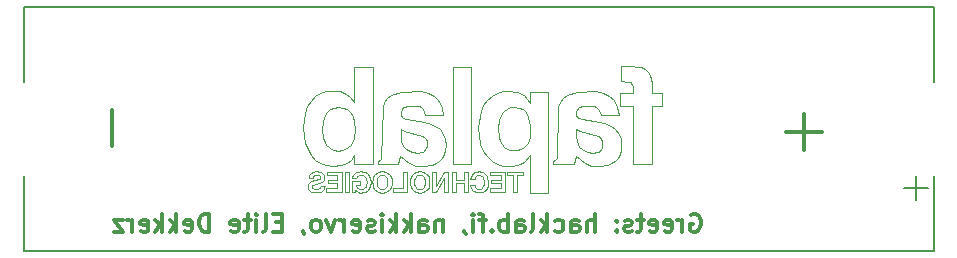
<source format=gbo>
G04 #@! TF.FileFunction,Legend,Bot*
%FSLAX46Y46*%
G04 Gerber Fmt 4.6, Leading zero omitted, Abs format (unit mm)*
G04 Created by KiCad (PCBNEW 4.0.2+dfsg1-stable) date su 18. kesäkuuta 2017 19.48.31*
%MOMM*%
G01*
G04 APERTURE LIST*
%ADD10C,0.100000*%
%ADD11C,0.300000*%
%ADD12C,0.150000*%
G04 APERTURE END LIST*
D10*
X141364793Y-104343805D02*
X141364793Y-104615644D01*
X141427149Y-104121402D02*
X141364793Y-104343805D01*
X141481711Y-104034650D02*
X141427149Y-104121402D01*
X141549536Y-103965878D02*
X141481711Y-104034650D01*
X141628321Y-103916764D02*
X141549536Y-103965878D01*
X141718066Y-103887286D02*
X141628321Y-103916764D01*
X141818749Y-103877468D02*
X141718066Y-103887286D01*
X141919539Y-103887265D02*
X141818749Y-103877468D01*
X142009586Y-103916613D02*
X141919539Y-103887265D01*
X142088930Y-103965555D02*
X142009586Y-103916613D01*
X142157509Y-104034069D02*
X142088930Y-103965555D01*
X142212846Y-104120627D02*
X142157509Y-104034069D01*
X142276064Y-104343331D02*
X142212846Y-104120627D01*
X142276064Y-104615644D02*
X142276064Y-104343331D01*
X142212846Y-104838348D02*
X142276064Y-104615644D01*
X142157509Y-104924906D02*
X142212846Y-104838348D01*
X142088930Y-104993421D02*
X142157509Y-104924906D01*
X142009586Y-105042362D02*
X142088930Y-104993421D01*
X141919539Y-105071710D02*
X142009586Y-105042362D01*
X141818749Y-105081507D02*
X141919539Y-105071710D01*
X141718066Y-105071710D02*
X141818749Y-105081507D01*
X141628321Y-105042362D02*
X141718066Y-105071710D01*
X141549536Y-104993421D02*
X141628321Y-105042362D01*
X141481711Y-104924906D02*
X141549536Y-104993421D01*
X141427149Y-104838348D02*
X141481711Y-104924906D01*
X141364793Y-104615644D02*
X141427149Y-104838348D01*
X141015826Y-104259249D02*
X141064338Y-104068283D01*
X140999656Y-104479498D02*
X141015826Y-104259249D01*
X141015826Y-104696260D02*
X140999656Y-104479498D01*
X141064338Y-104886063D02*
X141015826Y-104696260D01*
X141145190Y-105048887D02*
X141064338Y-104886063D01*
X141258383Y-105184753D02*
X141145190Y-105048887D01*
X141366063Y-105272043D02*
X141258383Y-105184753D01*
X141495340Y-105334377D02*
X141366063Y-105272043D01*
X141818749Y-105384267D02*
X141495340Y-105334377D01*
X142142136Y-105334377D02*
X141818749Y-105384267D01*
X142271434Y-105272043D02*
X142142136Y-105334377D01*
X142379115Y-105184753D02*
X142271434Y-105272043D01*
X142492803Y-105048887D02*
X142379115Y-105184753D01*
X142574021Y-104886063D02*
X142492803Y-105048887D01*
X142622748Y-104696260D02*
X142574021Y-104886063D01*
X142622748Y-104259249D02*
X142622748Y-104696260D01*
X142574021Y-104068283D02*
X142622748Y-104259249D01*
X142492803Y-103906622D02*
X142574021Y-104068283D01*
X142379115Y-103774244D02*
X142492803Y-103906622D01*
X142271434Y-103686954D02*
X142379115Y-103774244D01*
X142142136Y-103624598D02*
X142271434Y-103686954D01*
X141818749Y-103574730D02*
X142142136Y-103624598D01*
X141495340Y-103624598D02*
X141818749Y-103574730D01*
X141366063Y-103686954D02*
X141495340Y-103624598D01*
X141258383Y-103774244D02*
X141366063Y-103686954D01*
X141145190Y-103906622D02*
X141258383Y-103774244D01*
X141064338Y-104068283D02*
X141145190Y-103906622D01*
X144545542Y-104343805D02*
X144545542Y-104615644D01*
X144607898Y-104121402D02*
X144545542Y-104343805D01*
X144662460Y-104034650D02*
X144607898Y-104121402D01*
X144730285Y-103965878D02*
X144662460Y-104034650D01*
X144809070Y-103916764D02*
X144730285Y-103965878D01*
X144898815Y-103887286D02*
X144809070Y-103916764D01*
X144999476Y-103877468D02*
X144898815Y-103887286D01*
X145100288Y-103887265D02*
X144999476Y-103877468D01*
X145190335Y-103916613D02*
X145100288Y-103887265D01*
X145269679Y-103965555D02*
X145190335Y-103916613D01*
X145338258Y-104034069D02*
X145269679Y-103965555D01*
X145393595Y-104120627D02*
X145338258Y-104034069D01*
X145456813Y-104343331D02*
X145393595Y-104120627D01*
X145456813Y-104615644D02*
X145456813Y-104343331D01*
X145393595Y-104838348D02*
X145456813Y-104615644D01*
X145338258Y-104924906D02*
X145393595Y-104838348D01*
X145269679Y-104993421D02*
X145338258Y-104924906D01*
X145190335Y-105042362D02*
X145269679Y-104993421D01*
X145100288Y-105071710D02*
X145190335Y-105042362D01*
X144999476Y-105081507D02*
X145100288Y-105071710D01*
X144898815Y-105071710D02*
X144999476Y-105081507D01*
X144809070Y-105042362D02*
X144898815Y-105071710D01*
X144730285Y-104993421D02*
X144809070Y-105042362D01*
X144662460Y-104924906D02*
X144730285Y-104993421D01*
X144607898Y-104838348D02*
X144662460Y-104924906D01*
X144545542Y-104615644D02*
X144607898Y-104838348D01*
X144196575Y-104259249D02*
X144245087Y-104068283D01*
X144180405Y-104479498D02*
X144196575Y-104259249D01*
X144196575Y-104696260D02*
X144180405Y-104479498D01*
X144245087Y-104886063D02*
X144196575Y-104696260D01*
X144325939Y-105048887D02*
X144245087Y-104886063D01*
X144439132Y-105184753D02*
X144325939Y-105048887D01*
X144546812Y-105272043D02*
X144439132Y-105184753D01*
X144676089Y-105334377D02*
X144546812Y-105272043D01*
X144999476Y-105384267D02*
X144676089Y-105334377D01*
X145322885Y-105334377D02*
X144999476Y-105384267D01*
X145452183Y-105272043D02*
X145322885Y-105334377D01*
X145559864Y-105184753D02*
X145452183Y-105272043D01*
X145673552Y-105048887D02*
X145559864Y-105184753D01*
X145754770Y-104886063D02*
X145673552Y-105048887D01*
X145803497Y-104696260D02*
X145754770Y-104886063D01*
X145803497Y-104259249D02*
X145803497Y-104696260D01*
X145754770Y-104068283D02*
X145803497Y-104259249D01*
X145673552Y-103906622D02*
X145754770Y-104068283D01*
X145559864Y-103774244D02*
X145673552Y-103906622D01*
X145452183Y-103686954D02*
X145559864Y-103774244D01*
X145322885Y-103624598D02*
X145452183Y-103686954D01*
X144999476Y-103574730D02*
X145322885Y-103624598D01*
X144676089Y-103624598D02*
X144999476Y-103574730D01*
X144546812Y-103686954D02*
X144676089Y-103624598D01*
X144439132Y-103774244D02*
X144546812Y-103686954D01*
X144325939Y-103906622D02*
X144439132Y-103774244D01*
X144245087Y-104068283D02*
X144325939Y-103906622D01*
X136767076Y-100017712D02*
X136853268Y-100751561D01*
X136809472Y-99423950D02*
X136767076Y-100017712D01*
X136936553Y-98942175D02*
X136809472Y-99423950D01*
X137131460Y-98589268D02*
X136936553Y-98942175D01*
X137394127Y-98337195D02*
X137131460Y-98589268D01*
X137724597Y-98185933D02*
X137394127Y-98337195D01*
X138122872Y-98135527D02*
X137724597Y-98185933D01*
X138526443Y-98184900D02*
X138122872Y-98135527D01*
X138861522Y-98332996D02*
X138526443Y-98184900D01*
X139128086Y-98579815D02*
X138861522Y-98332996D01*
X139326158Y-98925380D02*
X139128086Y-98579815D01*
X139453282Y-99407134D02*
X139326158Y-98925380D01*
X139495656Y-100012114D02*
X139453282Y-99407134D01*
X139408108Y-100729167D02*
X139495656Y-100012114D01*
X139145376Y-101311712D02*
X139408108Y-100729167D01*
X138947326Y-101537215D02*
X139145376Y-101311712D01*
X138703371Y-101698251D02*
X138947326Y-101537215D01*
X138413487Y-101794865D02*
X138703371Y-101698251D01*
X138077698Y-101827076D02*
X138413487Y-101794865D01*
X137784305Y-101795920D02*
X138077698Y-101827076D01*
X137525514Y-101702450D02*
X137784305Y-101795920D01*
X137301324Y-101546667D02*
X137525514Y-101702450D01*
X137111736Y-101328528D02*
X137301324Y-101546667D01*
X136960970Y-101059660D02*
X137111736Y-101328528D01*
X136853268Y-100751561D02*
X136960970Y-101059660D01*
X135091834Y-99849656D02*
X135263141Y-98603307D01*
X135260816Y-101150696D02*
X135091834Y-99849656D01*
X135767675Y-102207996D02*
X135260816Y-101150696D01*
X136139014Y-102617295D02*
X135767675Y-102207996D01*
X136577208Y-102909633D02*
X136139014Y-102617295D01*
X137082302Y-103085031D02*
X136577208Y-102909633D01*
X137654253Y-103143490D02*
X137082302Y-103085031D01*
X138339913Y-103067871D02*
X137654253Y-103143490D01*
X138876271Y-102840989D02*
X138339913Y-103067871D01*
X139163528Y-102594557D02*
X138876271Y-102840989D01*
X139473242Y-102213595D02*
X139163528Y-102594557D01*
X139473242Y-102981033D02*
X139473242Y-102213595D01*
X141047629Y-102981033D02*
X139473242Y-102981033D01*
X141047629Y-94735261D02*
X141047629Y-102981033D01*
X139450827Y-94735261D02*
X141047629Y-94735261D01*
X139450827Y-97670590D02*
X139450827Y-94735261D01*
X139130864Y-97295290D02*
X139450827Y-97670590D01*
X138779809Y-97020781D02*
X139130864Y-97295290D01*
X138286406Y-96810716D02*
X138779809Y-97020781D01*
X137674557Y-96740694D02*
X138286406Y-96810716D01*
X137101358Y-96794955D02*
X137674557Y-96740694D01*
X136594025Y-96957778D02*
X137101358Y-96794955D01*
X136152600Y-97229101D02*
X136594025Y-96957778D01*
X135777042Y-97608966D02*
X136152600Y-97229101D01*
X135477275Y-98074635D02*
X135777042Y-97608966D01*
X135263141Y-98603307D02*
X135477275Y-98074635D01*
X143404246Y-100012114D02*
X143404246Y-100605898D01*
X143713810Y-100166153D02*
X143404246Y-100012114D01*
X145240052Y-100561090D02*
X143713810Y-100166153D01*
X145405093Y-100685372D02*
X145240052Y-100561090D01*
X145522980Y-100839798D02*
X145405093Y-100685372D01*
X145593712Y-101024304D02*
X145522980Y-100839798D01*
X145617290Y-101238891D02*
X145593712Y-101024304D01*
X145602885Y-101429189D02*
X145617290Y-101238891D01*
X145559692Y-101591130D02*
X145602885Y-101429189D01*
X145487689Y-101724692D02*
X145559692Y-101591130D01*
X145386856Y-101829875D02*
X145487689Y-101724692D01*
X145265459Y-101909543D02*
X145386856Y-101829875D01*
X145131596Y-101966430D02*
X145265459Y-101909543D01*
X144826489Y-102011927D02*
X145131596Y-101966430D01*
X144323721Y-101936307D02*
X144826489Y-102011927D01*
X143862207Y-101709448D02*
X144323721Y-101936307D01*
X143668227Y-101527052D02*
X143862207Y-101709448D01*
X143527258Y-101282321D02*
X143668227Y-101527052D01*
X143439279Y-100975276D02*
X143527258Y-101282321D01*
X143404246Y-100605898D02*
X143439279Y-100975276D01*
X143353733Y-102264022D02*
X143208070Y-102981033D01*
X144120180Y-102874601D02*
X143353733Y-102264022D01*
X144672472Y-103097261D02*
X144120180Y-102874601D01*
X145292396Y-103171503D02*
X144672472Y-103097261D01*
X146053912Y-103053143D02*
X145292396Y-103171503D01*
X146380228Y-102905219D02*
X146053912Y-103053143D01*
X146670261Y-102698147D02*
X146380228Y-102905219D01*
X146908210Y-102436815D02*
X146670261Y-102698147D01*
X147078139Y-102126111D02*
X146908210Y-102436815D01*
X147180093Y-101766012D02*
X147078139Y-102126111D01*
X147214070Y-101356519D02*
X147180093Y-101766012D01*
X147159400Y-100832413D02*
X147214070Y-101356519D01*
X146995371Y-100386036D02*
X147159400Y-100832413D01*
X146721981Y-100017368D02*
X146995371Y-100386036D01*
X146339252Y-99726429D02*
X146721981Y-100017368D01*
X145746567Y-99491172D02*
X146339252Y-99726429D01*
X144928141Y-99334291D02*
X145746567Y-99491172D01*
X143854736Y-99167312D02*
X144928141Y-99334291D01*
X143592241Y-99044085D02*
X143854736Y-99167312D01*
X143484646Y-98940797D02*
X143592241Y-99044085D01*
X143420094Y-98817204D02*
X143484646Y-98940797D01*
X143398562Y-98673285D02*
X143420094Y-98817204D01*
X143415077Y-98500191D02*
X143398562Y-98673285D01*
X143464600Y-98356121D02*
X143415077Y-98500191D01*
X143547153Y-98241098D02*
X143464600Y-98356121D01*
X143662693Y-98155121D02*
X143547153Y-98241098D01*
X143988535Y-98048000D02*
X143662693Y-98155121D01*
X144437883Y-98012279D02*
X143988535Y-98048000D01*
X144927732Y-98082322D02*
X144437883Y-98012279D01*
X145109849Y-98169849D02*
X144927732Y-98082322D01*
X145250042Y-98292365D02*
X145109849Y-98169849D01*
X145392045Y-98536063D02*
X145250042Y-98292365D01*
X145477203Y-98852559D02*
X145392045Y-98536063D01*
X147017979Y-98852559D02*
X145477203Y-98852559D01*
X146880154Y-98122953D02*
X147017979Y-98852559D01*
X146567834Y-97536145D02*
X146880154Y-98122953D01*
X146192944Y-97183238D02*
X146567834Y-97536145D01*
X145704084Y-96931143D02*
X146192944Y-97183238D01*
X145101279Y-96779904D02*
X145704084Y-96931143D01*
X143433551Y-96828932D02*
X145101279Y-96779904D01*
X142595080Y-97127212D02*
X143433551Y-96828932D01*
X142252917Y-97370221D02*
X142595080Y-97127212D01*
X142008509Y-97701424D02*
X142252917Y-97370221D01*
X141861856Y-98120843D02*
X142008509Y-97701424D01*
X141741902Y-102492303D02*
X141861856Y-98120843D01*
X141706525Y-102560903D02*
X141741902Y-102492303D01*
X141608490Y-102663179D02*
X141706525Y-102560903D01*
X141471203Y-102745754D02*
X141608490Y-102663179D01*
X141471203Y-102981033D02*
X141471203Y-102745754D01*
X143208070Y-102981033D02*
X141471203Y-102981033D01*
X153621172Y-101674071D02*
X153798767Y-101563785D01*
X153219216Y-101800118D02*
X153621172Y-101674071D01*
X152678013Y-101783668D02*
X153219216Y-101800118D01*
X152401113Y-101687055D02*
X152678013Y-101783668D01*
X152164198Y-101526018D02*
X152401113Y-101687055D01*
X151967268Y-101300515D02*
X152164198Y-101526018D01*
X151812476Y-101021484D02*
X151967268Y-101300515D01*
X151701888Y-100699733D02*
X151812476Y-101021484D01*
X151613414Y-99928075D02*
X151701888Y-100699733D01*
X151694804Y-99262892D02*
X151613414Y-99928075D01*
X151938889Y-98678905D02*
X151694804Y-99262892D01*
X152126948Y-98441193D02*
X151938889Y-98678905D01*
X152365543Y-98271393D02*
X152126948Y-98441193D01*
X152654737Y-98169483D02*
X152365543Y-98271393D01*
X152994488Y-98135527D02*
X152654737Y-98169483D01*
X153398899Y-98186988D02*
X152994488Y-98135527D01*
X153734624Y-98341393D02*
X153398899Y-98186988D01*
X154001705Y-98598720D02*
X153734624Y-98341393D01*
X154200164Y-98958991D02*
X154001705Y-98598720D01*
X154359392Y-99746734D02*
X154200164Y-98958991D01*
X154334285Y-100560745D02*
X154359392Y-99746734D01*
X154227186Y-100974243D02*
X154334285Y-100560745D01*
X154048666Y-101308589D02*
X154227186Y-100974243D01*
X153798767Y-101563785D02*
X154048666Y-101308589D01*
X153537198Y-102949854D02*
X152928148Y-103131928D01*
X153795171Y-102790583D02*
X153537198Y-102949854D01*
X154313959Y-102202398D02*
X153795171Y-102790583D01*
X154313959Y-105384180D02*
X154313959Y-102202398D01*
X155893945Y-105384180D02*
X154313959Y-105384180D01*
X155893945Y-96875139D02*
X155893945Y-105384180D01*
X154364387Y-96875139D02*
X155893945Y-96875139D01*
X154364387Y-97777022D02*
X154364387Y-96875139D01*
X153811815Y-97149627D02*
X154364387Y-97777022D01*
X153225417Y-96842949D02*
X153811815Y-97149627D01*
X152537431Y-96740694D02*
X153225417Y-96842949D01*
X152019590Y-96790045D02*
X152537431Y-96740694D01*
X151542961Y-96938141D02*
X152019590Y-96790045D01*
X151107566Y-97184982D02*
X151542961Y-96938141D01*
X150713361Y-97530547D02*
X151107566Y-97184982D01*
X150386464Y-97971670D02*
X150713361Y-97530547D01*
X150152973Y-98505251D02*
X150386464Y-97971670D01*
X149966184Y-99849656D02*
X150152973Y-98505251D01*
X150148774Y-101271124D02*
X149966184Y-99849656D01*
X150376990Y-101837950D02*
X150148774Y-101271124D01*
X150696480Y-102308830D02*
X150376990Y-101837950D01*
X151087864Y-102678898D02*
X150696480Y-102308830D01*
X151531765Y-102943244D02*
X151087864Y-102678898D01*
X152028182Y-103101826D02*
X151531765Y-102943244D01*
X152928148Y-103131928D02*
X152028182Y-103101826D01*
X158261780Y-100012114D02*
X158261780Y-100605898D01*
X158571344Y-100166153D02*
X158261780Y-100012114D01*
X160097586Y-100561090D02*
X158571344Y-100166153D01*
X160262627Y-100685372D02*
X160097586Y-100561090D01*
X160380514Y-100839798D02*
X160262627Y-100685372D01*
X160451246Y-101024304D02*
X160380514Y-100839798D01*
X160474802Y-101238891D02*
X160451246Y-101024304D01*
X160460419Y-101429189D02*
X160474802Y-101238891D01*
X160417226Y-101591130D02*
X160460419Y-101429189D01*
X160345224Y-101724692D02*
X160417226Y-101591130D01*
X160244390Y-101829875D02*
X160345224Y-101724692D01*
X160122993Y-101909543D02*
X160244390Y-101829875D01*
X159989130Y-101966430D02*
X160122993Y-101909543D01*
X159684024Y-102011927D02*
X159989130Y-101966430D01*
X159181255Y-101936307D02*
X159684024Y-102011927D01*
X158719741Y-101709448D02*
X159181255Y-101936307D01*
X158525761Y-101527052D02*
X158719741Y-101709448D01*
X158384792Y-101282321D02*
X158525761Y-101527052D01*
X158296813Y-100975276D02*
X158384792Y-101282321D01*
X158261780Y-100605898D02*
X158296813Y-100975276D01*
X156466024Y-102663179D02*
X156564059Y-102560903D01*
X156328737Y-102745754D02*
X156466024Y-102663179D01*
X156328737Y-102981033D02*
X156328737Y-102745754D01*
X158065604Y-102981033D02*
X156328737Y-102981033D01*
X158211267Y-102264022D02*
X158065604Y-102981033D01*
X158977714Y-102874601D02*
X158211267Y-102264022D01*
X159530006Y-103097261D02*
X158977714Y-102874601D01*
X160149930Y-103171503D02*
X159530006Y-103097261D01*
X160911446Y-103053143D02*
X160149930Y-103171503D01*
X161237762Y-102905219D02*
X160911446Y-103053143D01*
X161527796Y-102698147D02*
X161237762Y-102905219D01*
X161765744Y-102436815D02*
X161527796Y-102698147D01*
X161935673Y-102126111D02*
X161765744Y-102436815D01*
X162037627Y-101766012D02*
X161935673Y-102126111D01*
X162071604Y-101356519D02*
X162037627Y-101766012D01*
X162016935Y-100832413D02*
X162071604Y-101356519D01*
X161852905Y-100386036D02*
X162016935Y-100832413D01*
X161579515Y-100017368D02*
X161852905Y-100386036D01*
X161196787Y-99726429D02*
X161579515Y-100017368D01*
X160604101Y-99491172D02*
X161196787Y-99726429D01*
X159785675Y-99334291D02*
X160604101Y-99491172D01*
X158712248Y-99167312D02*
X159785675Y-99334291D01*
X158449775Y-99044085D02*
X158712248Y-99167312D01*
X158342180Y-98940797D02*
X158449775Y-99044085D01*
X158277628Y-98817204D02*
X158342180Y-98940797D01*
X158256096Y-98673285D02*
X158277628Y-98817204D01*
X158272611Y-98500191D02*
X158256096Y-98673285D01*
X158322134Y-98356121D02*
X158272611Y-98500191D01*
X158404687Y-98241098D02*
X158322134Y-98356121D01*
X158520227Y-98155121D02*
X158404687Y-98241098D01*
X158846069Y-98048000D02*
X158520227Y-98155121D01*
X159295417Y-98012279D02*
X158846069Y-98048000D01*
X159785266Y-98082322D02*
X159295417Y-98012279D01*
X159967361Y-98169849D02*
X159785266Y-98082322D01*
X160107555Y-98292365D02*
X159967361Y-98169849D01*
X160249579Y-98536063D02*
X160107555Y-98292365D01*
X160334737Y-98852559D02*
X160249579Y-98536063D01*
X161875513Y-98852559D02*
X160334737Y-98852559D01*
X161737688Y-98122953D02*
X161875513Y-98852559D01*
X161425369Y-97536145D02*
X161737688Y-98122953D01*
X161050478Y-97183238D02*
X161425369Y-97536145D01*
X160561619Y-96931143D02*
X161050478Y-97183238D01*
X159958813Y-96779904D02*
X160561619Y-96931143D01*
X158291085Y-96828932D02*
X159958813Y-96779904D01*
X157452614Y-97127212D02*
X158291085Y-96828932D01*
X157110451Y-97370221D02*
X157452614Y-97127212D01*
X156866022Y-97701424D02*
X157110451Y-97370221D01*
X156719390Y-98120843D02*
X156866022Y-97701424D01*
X156599436Y-102492303D02*
X156719390Y-98120843D01*
X156564059Y-102560903D02*
X156599436Y-102492303D01*
X135546845Y-104729246D02*
X135575525Y-104635217D01*
X135537306Y-104836755D02*
X135546845Y-104729246D01*
X135548632Y-104948957D02*
X135537306Y-104836755D01*
X135582588Y-105051212D02*
X135548632Y-104948957D01*
X135639216Y-105143541D02*
X135582588Y-105051212D01*
X135718475Y-105225921D02*
X135639216Y-105143541D01*
X135818426Y-105293682D02*
X135718475Y-105225921D01*
X135937045Y-105342064D02*
X135818426Y-105293682D01*
X136074354Y-105371111D02*
X135937045Y-105342064D01*
X136390183Y-105371240D02*
X136074354Y-105371111D01*
X136655800Y-105294974D02*
X136390183Y-105371240D01*
X136761564Y-105228247D02*
X136655800Y-105294974D01*
X136846206Y-105144832D02*
X136761564Y-105228247D01*
X136906667Y-105047164D02*
X136846206Y-105144832D01*
X136942948Y-104935177D02*
X136906667Y-105047164D01*
X136955028Y-104808914D02*
X136942948Y-104935177D01*
X136613942Y-104808914D02*
X136955028Y-104808914D01*
X136589352Y-104911298D02*
X136613942Y-104808914D01*
X136548786Y-104984076D02*
X136589352Y-104911298D01*
X136496442Y-105030262D02*
X136548786Y-104984076D01*
X136428273Y-105063248D02*
X136496442Y-105030262D01*
X136244347Y-105089625D02*
X136428273Y-105063248D01*
X136034692Y-105061784D02*
X136244347Y-105089625D01*
X135967836Y-105029379D02*
X136034692Y-105061784D01*
X135920078Y-104985540D02*
X135967836Y-105029379D01*
X135891419Y-104930203D02*
X135920078Y-104985540D01*
X135881859Y-104863433D02*
X135891419Y-104930203D01*
X135886553Y-104823491D02*
X135881859Y-104863433D01*
X135900592Y-104788330D02*
X135886553Y-104823491D01*
X135923975Y-104757948D02*
X135900592Y-104788330D01*
X135956725Y-104732368D02*
X135923975Y-104757948D01*
X136754329Y-104480640D02*
X135956725Y-104732368D01*
X136829949Y-104413159D02*
X136754329Y-104480640D01*
X136883973Y-104328991D02*
X136829949Y-104413159D01*
X136916378Y-104228136D02*
X136883973Y-104328991D01*
X136927187Y-104110615D02*
X136916378Y-104228136D01*
X136916615Y-104000652D02*
X136927187Y-104110615D01*
X136884920Y-103900378D02*
X136916615Y-104000652D01*
X136832059Y-103809836D02*
X136884920Y-103900378D01*
X136758076Y-103729006D02*
X136832059Y-103809836D01*
X136663594Y-103662516D02*
X136758076Y-103729006D01*
X136549303Y-103615038D02*
X136663594Y-103662516D01*
X136261272Y-103577034D02*
X136549303Y-103615038D01*
X136007734Y-103612863D02*
X136261272Y-103577034D01*
X135794418Y-103720285D02*
X136007734Y-103612863D01*
X135709303Y-103800018D02*
X135794418Y-103720285D01*
X135647183Y-103895899D02*
X135709303Y-103800018D01*
X135608017Y-104007929D02*
X135647183Y-103895899D01*
X135591825Y-104136152D02*
X135608017Y-104007929D01*
X135935236Y-104136152D02*
X135591825Y-104136152D01*
X135947423Y-104064601D02*
X135935236Y-104136152D01*
X135974489Y-104004204D02*
X135947423Y-104064601D01*
X136016411Y-103954983D02*
X135974489Y-104004204D01*
X136073212Y-103916914D02*
X136016411Y-103954983D01*
X136169244Y-103884724D02*
X136073212Y-103916914D01*
X136286098Y-103874001D02*
X136169244Y-103884724D01*
X136413372Y-103887911D02*
X136286098Y-103874001D01*
X136512096Y-103929661D02*
X136413372Y-103887911D01*
X136549045Y-103960258D02*
X136512096Y-103929661D01*
X136575443Y-103996367D02*
X136549045Y-103960258D01*
X136591269Y-104037988D02*
X136575443Y-103996367D01*
X136596544Y-104085100D02*
X136591269Y-104037988D01*
X136591333Y-104128034D02*
X136596544Y-104085100D01*
X136575723Y-104165133D02*
X136591333Y-104128034D01*
X136549712Y-104196462D02*
X136575723Y-104165133D01*
X136513280Y-104221978D02*
X136549712Y-104196462D01*
X135813388Y-104417724D02*
X136513280Y-104221978D01*
X135690204Y-104487616D02*
X135813388Y-104417724D01*
X135623304Y-104554666D02*
X135690204Y-104487616D01*
X135575525Y-104635217D02*
X135623304Y-104554666D01*
X138037261Y-105029314D02*
X138037261Y-104589677D01*
X137090549Y-105029314D02*
X138037261Y-105029314D01*
X137090549Y-105336703D02*
X137090549Y-105029314D01*
X138386465Y-105336703D02*
X137090549Y-105336703D01*
X138386465Y-103626923D02*
X138386465Y-105336703D01*
X137132299Y-103626923D02*
X138386465Y-103626923D01*
X137132299Y-103929661D02*
X137132299Y-103626923D01*
X138037261Y-103929661D02*
X137132299Y-103929661D01*
X138037261Y-104292731D02*
X138037261Y-103929661D01*
X137206563Y-104292731D02*
X138037261Y-104292731D01*
X137206563Y-104589677D02*
X137206563Y-104292731D01*
X138037261Y-104589677D02*
X137206563Y-104589677D01*
X139026650Y-103626923D02*
X139026650Y-105336703D01*
X138671633Y-103626923D02*
X139026650Y-103626923D01*
X138671633Y-105336703D02*
X138671633Y-103626923D01*
X139026650Y-105336703D02*
X138671633Y-105336703D01*
X139991686Y-104419166D02*
X139991686Y-104704528D01*
X139279347Y-104419166D02*
X139991686Y-104419166D01*
X139279347Y-105336703D02*
X139279347Y-104419166D01*
X139516025Y-105336703D02*
X139279347Y-105336703D01*
X139551984Y-105123258D02*
X139516025Y-105336703D01*
X139695127Y-105264873D02*
X139551984Y-105123258D01*
X139812454Y-105332073D02*
X139695127Y-105264873D01*
X139986475Y-105375374D02*
X139812454Y-105332073D01*
X140247958Y-105366072D02*
X139986475Y-105375374D01*
X140394869Y-105321953D02*
X140247958Y-105366072D01*
X140526386Y-105248401D02*
X140394869Y-105321953D01*
X140642550Y-105145457D02*
X140526386Y-105248401D01*
X140741532Y-105016352D02*
X140642550Y-105145457D01*
X140812221Y-104865500D02*
X140741532Y-105016352D01*
X140868785Y-104498619D02*
X140812221Y-104865500D01*
X140811640Y-104124783D02*
X140868785Y-104498619D01*
X140740219Y-103968720D02*
X140811640Y-104124783D01*
X140640225Y-103833220D02*
X140740219Y-103968720D01*
X140516740Y-103723688D02*
X140640225Y-103833220D01*
X140374845Y-103645441D02*
X140516740Y-103723688D01*
X140214519Y-103598480D02*
X140374845Y-103645441D01*
X140035783Y-103582848D02*
X140214519Y-103598480D01*
X139741830Y-103624167D02*
X140035783Y-103582848D01*
X139618883Y-103675822D02*
X139741830Y-103624167D01*
X139511956Y-103748126D02*
X139618883Y-103675822D01*
X139423611Y-103835890D02*
X139511956Y-103748126D01*
X139356345Y-103933881D02*
X139423611Y-103835890D01*
X139310203Y-104042079D02*
X139356345Y-103933881D01*
X139285139Y-104160504D02*
X139310203Y-104042079D01*
X139636668Y-104160504D02*
X139285139Y-104160504D01*
X139664315Y-104079523D02*
X139636668Y-104160504D01*
X139706582Y-104011741D02*
X139664315Y-104079523D01*
X139763513Y-103957136D02*
X139706582Y-104011741D01*
X139880387Y-103899000D02*
X139763513Y-103957136D01*
X139978422Y-103879858D02*
X139880387Y-103899000D01*
X140129791Y-103887200D02*
X139978422Y-103879858D01*
X140219234Y-103916398D02*
X140129791Y-103887200D01*
X140299462Y-103965060D02*
X140219234Y-103916398D01*
X140370495Y-104033186D02*
X140299462Y-103965060D01*
X140428610Y-104120864D02*
X140370495Y-104033186D01*
X140470123Y-104228114D02*
X140428610Y-104120864D01*
X140503325Y-104501482D02*
X140470123Y-104228114D01*
X140467367Y-104770372D02*
X140503325Y-104501482D01*
X140422409Y-104870301D02*
X140467367Y-104770372D01*
X140359471Y-104947213D02*
X140422409Y-104870301D01*
X140285078Y-105004445D02*
X140359471Y-104947213D01*
X140205755Y-105045334D02*
X140285078Y-105004445D01*
X140121501Y-105069859D02*
X140205755Y-105045334D01*
X140032295Y-105078019D02*
X140121501Y-105069859D01*
X139868717Y-105052246D02*
X140032295Y-105078019D01*
X139799105Y-105019991D02*
X139868717Y-105052246D01*
X139737610Y-104974860D02*
X139799105Y-105019991D01*
X139685696Y-104919286D02*
X139737610Y-104974860D01*
X139644807Y-104855703D02*
X139685696Y-104919286D01*
X139596059Y-104704528D02*
X139644807Y-104855703D01*
X139991686Y-104704528D02*
X139596059Y-104704528D01*
X143609832Y-105029314D02*
X143609832Y-103626923D01*
X142755922Y-105029314D02*
X143609832Y-105029314D01*
X142755922Y-105336703D02*
X142755922Y-105029314D01*
X143967153Y-105336703D02*
X142755922Y-105336703D01*
X143967153Y-103626923D02*
X143967153Y-105336703D01*
X143609832Y-103626923D02*
X143967153Y-103626923D01*
X146364789Y-103626923D02*
X146364789Y-104819099D01*
X146031821Y-103626923D02*
X146364789Y-103626923D01*
X146031821Y-105336703D02*
X146031821Y-103626923D01*
X146389077Y-105336703D02*
X146031821Y-105336703D01*
X147085266Y-104123555D02*
X146389077Y-105336703D01*
X147085266Y-105336703D02*
X147085266Y-104123555D01*
X147418235Y-105336703D02*
X147085266Y-105336703D01*
X147418235Y-103626923D02*
X147418235Y-105336703D01*
X147043624Y-103626923D02*
X147418235Y-103626923D01*
X146364789Y-104819099D02*
X147043624Y-103626923D01*
X148051465Y-103626923D02*
X148051465Y-104278822D01*
X147696448Y-103626923D02*
X148051465Y-103626923D01*
X147696448Y-105336703D02*
X147696448Y-103626923D01*
X148051465Y-105336703D02*
X147696448Y-105336703D01*
X148051465Y-104573442D02*
X148051465Y-105336703D01*
X148716239Y-104573442D02*
X148051465Y-104573442D01*
X148716239Y-105336703D02*
X148716239Y-104573442D01*
X149071256Y-105336703D02*
X148716239Y-105336703D01*
X149071256Y-103626923D02*
X149071256Y-105336703D01*
X148716239Y-103626923D02*
X149071256Y-103626923D01*
X148716239Y-104278822D02*
X148716239Y-103626923D01*
X148051465Y-104278822D02*
X148716239Y-104278822D01*
X150372232Y-104143429D02*
X150324001Y-104056678D01*
X150427353Y-104365853D02*
X150372232Y-104143429D01*
X150426966Y-104636336D02*
X150427353Y-104365853D01*
X150368808Y-104851806D02*
X150426966Y-104636336D01*
X150317907Y-104932464D02*
X150368808Y-104851806D01*
X150255809Y-104995143D02*
X150317907Y-104932464D01*
X150185831Y-105039908D02*
X150255809Y-104995143D01*
X150107993Y-105066758D02*
X150185831Y-105039908D01*
X150022275Y-105075715D02*
X150107993Y-105066758D01*
X149935824Y-105068028D02*
X150022275Y-105075715D01*
X149860269Y-105044968D02*
X149935824Y-105068028D01*
X149795652Y-105006555D02*
X149860269Y-105044968D01*
X149741952Y-104952747D02*
X149795652Y-105006555D01*
X149693161Y-104870108D02*
X149741952Y-104952747D01*
X149653434Y-104754395D02*
X149693161Y-104870108D01*
X149298417Y-104754395D02*
X149653434Y-104754395D01*
X149380066Y-105007868D02*
X149298417Y-104754395D01*
X149533136Y-105209105D02*
X149380066Y-105007868D01*
X149634185Y-105285737D02*
X149533136Y-105209105D01*
X149748476Y-105340471D02*
X149634185Y-105285737D01*
X149876074Y-105373307D02*
X149748476Y-105340471D01*
X150189663Y-105369474D02*
X149876074Y-105373307D01*
X150342884Y-105325097D02*
X150189663Y-105369474D01*
X150476597Y-105251157D02*
X150342884Y-105325097D01*
X150590802Y-105147632D02*
X150476597Y-105251157D01*
X150682183Y-105017708D02*
X150590802Y-105147632D01*
X150747467Y-104865758D02*
X150682183Y-105017708D01*
X150799682Y-104495733D02*
X150747467Y-104865758D01*
X150740297Y-104099311D02*
X150799682Y-104495733D01*
X150666034Y-103939609D02*
X150740297Y-104099311D01*
X150562078Y-103805552D02*
X150666034Y-103939609D01*
X150451749Y-103713202D02*
X150562078Y-103805552D01*
X150327360Y-103647228D02*
X150451749Y-103713202D01*
X150188910Y-103607631D02*
X150327360Y-103647228D01*
X150036400Y-103594432D02*
X150188910Y-103607631D01*
X149837273Y-103612131D02*
X150036400Y-103594432D01*
X149666827Y-103665207D02*
X149837273Y-103612131D01*
X149525061Y-103753660D02*
X149666827Y-103665207D01*
X149411998Y-103877468D02*
X149525061Y-103753660D01*
X149328217Y-104036674D02*
X149411998Y-103877468D01*
X149294929Y-104196462D02*
X149328217Y-104036674D01*
X149652272Y-104196462D02*
X149294929Y-104196462D01*
X149691201Y-104088588D02*
X149652272Y-104196462D01*
X149739798Y-104010858D02*
X149691201Y-104088588D01*
X149793284Y-103962153D02*
X149739798Y-104010858D01*
X149858288Y-103927357D02*
X149793284Y-103962153D01*
X149934791Y-103906471D02*
X149858288Y-103927357D01*
X150022792Y-103899517D02*
X149934791Y-103906471D01*
X150113225Y-103909335D02*
X150022792Y-103899517D01*
X150193582Y-103938812D02*
X150113225Y-103909335D01*
X150263841Y-103987926D02*
X150193582Y-103938812D01*
X150324001Y-104056678D02*
X150263841Y-103987926D01*
X151891196Y-105029314D02*
X151891196Y-104589677D01*
X150944484Y-105029314D02*
X151891196Y-105029314D01*
X150944484Y-105336703D02*
X150944484Y-105029314D01*
X152240400Y-105336703D02*
X150944484Y-105336703D01*
X152240400Y-103626923D02*
X152240400Y-105336703D01*
X150986256Y-103626923D02*
X152240400Y-103626923D01*
X150986256Y-103929661D02*
X150986256Y-103626923D01*
X151891196Y-103929661D02*
X150986256Y-103929661D01*
X151891196Y-104292731D02*
X151891196Y-103929661D01*
X151060497Y-104292731D02*
X151891196Y-104292731D01*
X151060497Y-104589677D02*
X151060497Y-104292731D01*
X151891196Y-104589677D02*
X151060497Y-104589677D01*
X153785525Y-103626923D02*
X153785525Y-103929661D01*
X152400273Y-103626923D02*
X153785525Y-103626923D01*
X152400273Y-103929661D02*
X152400273Y-103626923D01*
X152911913Y-103929661D02*
X152400273Y-103929661D01*
X152911913Y-105336703D02*
X152911913Y-103929661D01*
X153271560Y-105336703D02*
X152911913Y-105336703D01*
X153271560Y-103929661D02*
X153271560Y-105336703D01*
X153785525Y-103929661D02*
X153271560Y-103929661D01*
X147783329Y-102981033D02*
X147783329Y-94724065D01*
X149380131Y-102981033D02*
X147783329Y-102981033D01*
X149380131Y-94724065D02*
X149380131Y-102981033D01*
X147783329Y-94724065D02*
X149380131Y-94724065D01*
X162002142Y-98057108D02*
X162002142Y-96931143D01*
X163049860Y-98057108D02*
X162002142Y-98057108D01*
X163049860Y-102981033D02*
X163049860Y-98057108D01*
X164635466Y-102981033D02*
X163049860Y-102981033D01*
X164635466Y-98057108D02*
X164635466Y-102981033D01*
X165531901Y-98057108D02*
X164635466Y-98057108D01*
X165531901Y-96931143D02*
X165531901Y-98057108D01*
X164657880Y-96931143D02*
X165531901Y-96931143D01*
X164637210Y-96087052D02*
X164657880Y-96931143D01*
X164471953Y-95412029D02*
X164637210Y-96087052D01*
X164327302Y-95189002D02*
X164471953Y-95412029D01*
X164092346Y-94948836D02*
X164327302Y-95189002D01*
X163734810Y-94777291D02*
X164092346Y-94948836D01*
X162652059Y-94640026D02*
X163734810Y-94777291D01*
X162041352Y-94673637D02*
X162652059Y-94640026D01*
X162041352Y-95973256D02*
X162041352Y-94673637D01*
X162759934Y-95978876D02*
X162041352Y-95973256D01*
X162856935Y-96023684D02*
X162759934Y-95978876D01*
X162929411Y-96088086D02*
X162856935Y-96023684D01*
X163019780Y-96244256D02*
X162929411Y-96088086D01*
X163042346Y-96328101D02*
X163019780Y-96244256D01*
X163049860Y-96931143D02*
X163042346Y-96328101D01*
X162002142Y-96931143D02*
X163049860Y-96931143D01*
D11*
X167964286Y-107250000D02*
X168107143Y-107178571D01*
X168321429Y-107178571D01*
X168535714Y-107250000D01*
X168678572Y-107392857D01*
X168750000Y-107535714D01*
X168821429Y-107821429D01*
X168821429Y-108035714D01*
X168750000Y-108321429D01*
X168678572Y-108464286D01*
X168535714Y-108607143D01*
X168321429Y-108678571D01*
X168178572Y-108678571D01*
X167964286Y-108607143D01*
X167892857Y-108535714D01*
X167892857Y-108035714D01*
X168178572Y-108035714D01*
X167250000Y-108678571D02*
X167250000Y-107678571D01*
X167250000Y-107964286D02*
X167178572Y-107821429D01*
X167107143Y-107750000D01*
X166964286Y-107678571D01*
X166821429Y-107678571D01*
X165750001Y-108607143D02*
X165892858Y-108678571D01*
X166178572Y-108678571D01*
X166321429Y-108607143D01*
X166392858Y-108464286D01*
X166392858Y-107892857D01*
X166321429Y-107750000D01*
X166178572Y-107678571D01*
X165892858Y-107678571D01*
X165750001Y-107750000D01*
X165678572Y-107892857D01*
X165678572Y-108035714D01*
X166392858Y-108178571D01*
X164464287Y-108607143D02*
X164607144Y-108678571D01*
X164892858Y-108678571D01*
X165035715Y-108607143D01*
X165107144Y-108464286D01*
X165107144Y-107892857D01*
X165035715Y-107750000D01*
X164892858Y-107678571D01*
X164607144Y-107678571D01*
X164464287Y-107750000D01*
X164392858Y-107892857D01*
X164392858Y-108035714D01*
X165107144Y-108178571D01*
X163964287Y-107678571D02*
X163392858Y-107678571D01*
X163750001Y-107178571D02*
X163750001Y-108464286D01*
X163678573Y-108607143D01*
X163535715Y-108678571D01*
X163392858Y-108678571D01*
X162964287Y-108607143D02*
X162821430Y-108678571D01*
X162535715Y-108678571D01*
X162392858Y-108607143D01*
X162321430Y-108464286D01*
X162321430Y-108392857D01*
X162392858Y-108250000D01*
X162535715Y-108178571D01*
X162750001Y-108178571D01*
X162892858Y-108107143D01*
X162964287Y-107964286D01*
X162964287Y-107892857D01*
X162892858Y-107750000D01*
X162750001Y-107678571D01*
X162535715Y-107678571D01*
X162392858Y-107750000D01*
X161678572Y-108535714D02*
X161607144Y-108607143D01*
X161678572Y-108678571D01*
X161750001Y-108607143D01*
X161678572Y-108535714D01*
X161678572Y-108678571D01*
X161678572Y-107750000D02*
X161607144Y-107821429D01*
X161678572Y-107892857D01*
X161750001Y-107821429D01*
X161678572Y-107750000D01*
X161678572Y-107892857D01*
X159821429Y-108678571D02*
X159821429Y-107178571D01*
X159178572Y-108678571D02*
X159178572Y-107892857D01*
X159250001Y-107750000D01*
X159392858Y-107678571D01*
X159607143Y-107678571D01*
X159750001Y-107750000D01*
X159821429Y-107821429D01*
X157821429Y-108678571D02*
X157821429Y-107892857D01*
X157892858Y-107750000D01*
X158035715Y-107678571D01*
X158321429Y-107678571D01*
X158464286Y-107750000D01*
X157821429Y-108607143D02*
X157964286Y-108678571D01*
X158321429Y-108678571D01*
X158464286Y-108607143D01*
X158535715Y-108464286D01*
X158535715Y-108321429D01*
X158464286Y-108178571D01*
X158321429Y-108107143D01*
X157964286Y-108107143D01*
X157821429Y-108035714D01*
X156464286Y-108607143D02*
X156607143Y-108678571D01*
X156892857Y-108678571D01*
X157035715Y-108607143D01*
X157107143Y-108535714D01*
X157178572Y-108392857D01*
X157178572Y-107964286D01*
X157107143Y-107821429D01*
X157035715Y-107750000D01*
X156892857Y-107678571D01*
X156607143Y-107678571D01*
X156464286Y-107750000D01*
X155821429Y-108678571D02*
X155821429Y-107178571D01*
X155678572Y-108107143D02*
X155250001Y-108678571D01*
X155250001Y-107678571D02*
X155821429Y-108250000D01*
X154392857Y-108678571D02*
X154535715Y-108607143D01*
X154607143Y-108464286D01*
X154607143Y-107178571D01*
X153178572Y-108678571D02*
X153178572Y-107892857D01*
X153250001Y-107750000D01*
X153392858Y-107678571D01*
X153678572Y-107678571D01*
X153821429Y-107750000D01*
X153178572Y-108607143D02*
X153321429Y-108678571D01*
X153678572Y-108678571D01*
X153821429Y-108607143D01*
X153892858Y-108464286D01*
X153892858Y-108321429D01*
X153821429Y-108178571D01*
X153678572Y-108107143D01*
X153321429Y-108107143D01*
X153178572Y-108035714D01*
X152464286Y-108678571D02*
X152464286Y-107178571D01*
X152464286Y-107750000D02*
X152321429Y-107678571D01*
X152035715Y-107678571D01*
X151892858Y-107750000D01*
X151821429Y-107821429D01*
X151750000Y-107964286D01*
X151750000Y-108392857D01*
X151821429Y-108535714D01*
X151892858Y-108607143D01*
X152035715Y-108678571D01*
X152321429Y-108678571D01*
X152464286Y-108607143D01*
X151107143Y-108535714D02*
X151035715Y-108607143D01*
X151107143Y-108678571D01*
X151178572Y-108607143D01*
X151107143Y-108535714D01*
X151107143Y-108678571D01*
X150607143Y-107678571D02*
X150035714Y-107678571D01*
X150392857Y-108678571D02*
X150392857Y-107392857D01*
X150321429Y-107250000D01*
X150178571Y-107178571D01*
X150035714Y-107178571D01*
X149535714Y-108678571D02*
X149535714Y-107678571D01*
X149535714Y-107178571D02*
X149607143Y-107250000D01*
X149535714Y-107321429D01*
X149464286Y-107250000D01*
X149535714Y-107178571D01*
X149535714Y-107321429D01*
X148750000Y-108607143D02*
X148750000Y-108678571D01*
X148821428Y-108821429D01*
X148892857Y-108892857D01*
X146964285Y-107678571D02*
X146964285Y-108678571D01*
X146964285Y-107821429D02*
X146892857Y-107750000D01*
X146749999Y-107678571D01*
X146535714Y-107678571D01*
X146392857Y-107750000D01*
X146321428Y-107892857D01*
X146321428Y-108678571D01*
X144964285Y-108678571D02*
X144964285Y-107892857D01*
X145035714Y-107750000D01*
X145178571Y-107678571D01*
X145464285Y-107678571D01*
X145607142Y-107750000D01*
X144964285Y-108607143D02*
X145107142Y-108678571D01*
X145464285Y-108678571D01*
X145607142Y-108607143D01*
X145678571Y-108464286D01*
X145678571Y-108321429D01*
X145607142Y-108178571D01*
X145464285Y-108107143D01*
X145107142Y-108107143D01*
X144964285Y-108035714D01*
X144249999Y-108678571D02*
X144249999Y-107178571D01*
X144107142Y-108107143D02*
X143678571Y-108678571D01*
X143678571Y-107678571D02*
X144249999Y-108250000D01*
X143035713Y-108678571D02*
X143035713Y-107178571D01*
X142892856Y-108107143D02*
X142464285Y-108678571D01*
X142464285Y-107678571D02*
X143035713Y-108250000D01*
X141821427Y-108678571D02*
X141821427Y-107678571D01*
X141821427Y-107178571D02*
X141892856Y-107250000D01*
X141821427Y-107321429D01*
X141749999Y-107250000D01*
X141821427Y-107178571D01*
X141821427Y-107321429D01*
X141178570Y-108607143D02*
X141035713Y-108678571D01*
X140749998Y-108678571D01*
X140607141Y-108607143D01*
X140535713Y-108464286D01*
X140535713Y-108392857D01*
X140607141Y-108250000D01*
X140749998Y-108178571D01*
X140964284Y-108178571D01*
X141107141Y-108107143D01*
X141178570Y-107964286D01*
X141178570Y-107892857D01*
X141107141Y-107750000D01*
X140964284Y-107678571D01*
X140749998Y-107678571D01*
X140607141Y-107750000D01*
X139321427Y-108607143D02*
X139464284Y-108678571D01*
X139749998Y-108678571D01*
X139892855Y-108607143D01*
X139964284Y-108464286D01*
X139964284Y-107892857D01*
X139892855Y-107750000D01*
X139749998Y-107678571D01*
X139464284Y-107678571D01*
X139321427Y-107750000D01*
X139249998Y-107892857D01*
X139249998Y-108035714D01*
X139964284Y-108178571D01*
X138607141Y-108678571D02*
X138607141Y-107678571D01*
X138607141Y-107964286D02*
X138535713Y-107821429D01*
X138464284Y-107750000D01*
X138321427Y-107678571D01*
X138178570Y-107678571D01*
X137821427Y-107678571D02*
X137464284Y-108678571D01*
X137107142Y-107678571D01*
X136321427Y-108678571D02*
X136464285Y-108607143D01*
X136535713Y-108535714D01*
X136607142Y-108392857D01*
X136607142Y-107964286D01*
X136535713Y-107821429D01*
X136464285Y-107750000D01*
X136321427Y-107678571D01*
X136107142Y-107678571D01*
X135964285Y-107750000D01*
X135892856Y-107821429D01*
X135821427Y-107964286D01*
X135821427Y-108392857D01*
X135892856Y-108535714D01*
X135964285Y-108607143D01*
X136107142Y-108678571D01*
X136321427Y-108678571D01*
X135107142Y-108607143D02*
X135107142Y-108678571D01*
X135178570Y-108821429D01*
X135249999Y-108892857D01*
X133321427Y-107892857D02*
X132821427Y-107892857D01*
X132607141Y-108678571D02*
X133321427Y-108678571D01*
X133321427Y-107178571D01*
X132607141Y-107178571D01*
X131749998Y-108678571D02*
X131892856Y-108607143D01*
X131964284Y-108464286D01*
X131964284Y-107178571D01*
X131178570Y-108678571D02*
X131178570Y-107678571D01*
X131178570Y-107178571D02*
X131249999Y-107250000D01*
X131178570Y-107321429D01*
X131107142Y-107250000D01*
X131178570Y-107178571D01*
X131178570Y-107321429D01*
X130678570Y-107678571D02*
X130107141Y-107678571D01*
X130464284Y-107178571D02*
X130464284Y-108464286D01*
X130392856Y-108607143D01*
X130249998Y-108678571D01*
X130107141Y-108678571D01*
X129035713Y-108607143D02*
X129178570Y-108678571D01*
X129464284Y-108678571D01*
X129607141Y-108607143D01*
X129678570Y-108464286D01*
X129678570Y-107892857D01*
X129607141Y-107750000D01*
X129464284Y-107678571D01*
X129178570Y-107678571D01*
X129035713Y-107750000D01*
X128964284Y-107892857D01*
X128964284Y-108035714D01*
X129678570Y-108178571D01*
X127178570Y-108678571D02*
X127178570Y-107178571D01*
X126821427Y-107178571D01*
X126607142Y-107250000D01*
X126464284Y-107392857D01*
X126392856Y-107535714D01*
X126321427Y-107821429D01*
X126321427Y-108035714D01*
X126392856Y-108321429D01*
X126464284Y-108464286D01*
X126607142Y-108607143D01*
X126821427Y-108678571D01*
X127178570Y-108678571D01*
X125107142Y-108607143D02*
X125249999Y-108678571D01*
X125535713Y-108678571D01*
X125678570Y-108607143D01*
X125749999Y-108464286D01*
X125749999Y-107892857D01*
X125678570Y-107750000D01*
X125535713Y-107678571D01*
X125249999Y-107678571D01*
X125107142Y-107750000D01*
X125035713Y-107892857D01*
X125035713Y-108035714D01*
X125749999Y-108178571D01*
X124392856Y-108678571D02*
X124392856Y-107178571D01*
X124249999Y-108107143D02*
X123821428Y-108678571D01*
X123821428Y-107678571D02*
X124392856Y-108250000D01*
X123178570Y-108678571D02*
X123178570Y-107178571D01*
X123035713Y-108107143D02*
X122607142Y-108678571D01*
X122607142Y-107678571D02*
X123178570Y-108250000D01*
X121392856Y-108607143D02*
X121535713Y-108678571D01*
X121821427Y-108678571D01*
X121964284Y-108607143D01*
X122035713Y-108464286D01*
X122035713Y-107892857D01*
X121964284Y-107750000D01*
X121821427Y-107678571D01*
X121535713Y-107678571D01*
X121392856Y-107750000D01*
X121321427Y-107892857D01*
X121321427Y-108035714D01*
X122035713Y-108178571D01*
X120678570Y-108678571D02*
X120678570Y-107678571D01*
X120678570Y-107964286D02*
X120607142Y-107821429D01*
X120535713Y-107750000D01*
X120392856Y-107678571D01*
X120249999Y-107678571D01*
X119892856Y-107678571D02*
X119107142Y-107678571D01*
X119892856Y-108678571D01*
X119107142Y-108678571D01*
X118910714Y-101398809D02*
X118910714Y-98351190D01*
X175976191Y-100285714D02*
X179023810Y-100285714D01*
X177500000Y-101809524D02*
X177500000Y-98761905D01*
D12*
X111475000Y-110325000D02*
X111475000Y-104000000D01*
X188525000Y-89675000D02*
X188525000Y-96000000D01*
X187000000Y-104000000D02*
X187000000Y-106000000D01*
X188000000Y-105000000D02*
X186000000Y-105000000D01*
X111475000Y-89675000D02*
X111475000Y-96000000D01*
X111475000Y-89675000D02*
X188525000Y-89675000D01*
X188525000Y-110325000D02*
X188525000Y-104000000D01*
X111475000Y-110325000D02*
X188525000Y-110325000D01*
M02*

</source>
